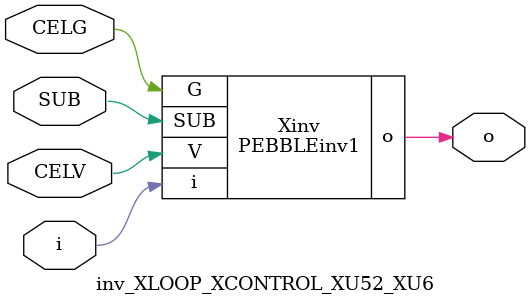
<source format=v>



module PEBBLEinv1 ( o, G, SUB, V, i );

  input V;
  input i;
  input G;
  output o;
  input SUB;
endmodule

//Celera Confidential Do Not Copy inv_XLOOP_XCONTROL_XU52_XU6
//Celera Confidential Symbol Generator
//5V Inverter
module inv_XLOOP_XCONTROL_XU52_XU6 (CELV,CELG,i,o,SUB);
input CELV;
input CELG;
input i;
input SUB;
output o;

//Celera Confidential Do Not Copy inv
PEBBLEinv1 Xinv(
.V (CELV),
.i (i),
.o (o),
.SUB (SUB),
.G (CELG)
);
//,diesize,PEBBLEinv1

//Celera Confidential Do Not Copy Module End
//Celera Schematic Generator
endmodule

</source>
